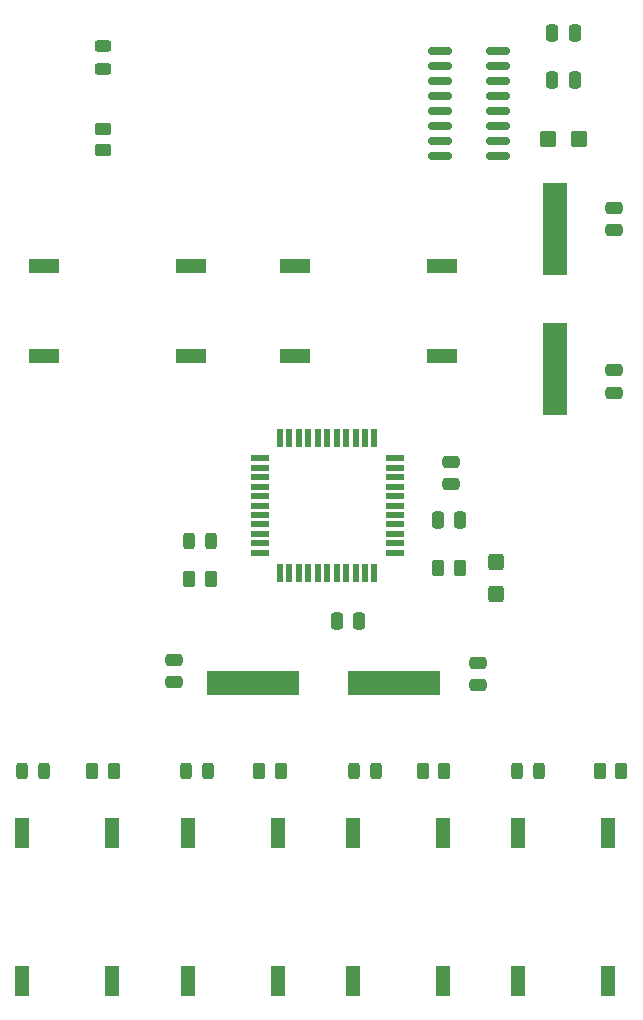
<source format=gbr>
%TF.GenerationSoftware,KiCad,Pcbnew,(6.0.5)*%
%TF.CreationDate,2022-06-16T01:18:26+03:00*%
%TF.ProjectId,P2_Neata_Adrian+Radulescu,50325f4e-6561-4746-915f-41647269616e,rev?*%
%TF.SameCoordinates,Original*%
%TF.FileFunction,Paste,Top*%
%TF.FilePolarity,Positive*%
%FSLAX46Y46*%
G04 Gerber Fmt 4.6, Leading zero omitted, Abs format (unit mm)*
G04 Created by KiCad (PCBNEW (6.0.5)) date 2022-06-16 01:18:26*
%MOMM*%
%LPD*%
G01*
G04 APERTURE LIST*
G04 Aperture macros list*
%AMRoundRect*
0 Rectangle with rounded corners*
0 $1 Rounding radius*
0 $2 $3 $4 $5 $6 $7 $8 $9 X,Y pos of 4 corners*
0 Add a 4 corners polygon primitive as box body*
4,1,4,$2,$3,$4,$5,$6,$7,$8,$9,$2,$3,0*
0 Add four circle primitives for the rounded corners*
1,1,$1+$1,$2,$3*
1,1,$1+$1,$4,$5*
1,1,$1+$1,$6,$7*
1,1,$1+$1,$8,$9*
0 Add four rect primitives between the rounded corners*
20,1,$1+$1,$2,$3,$4,$5,0*
20,1,$1+$1,$4,$5,$6,$7,0*
20,1,$1+$1,$6,$7,$8,$9,0*
20,1,$1+$1,$8,$9,$2,$3,0*%
G04 Aperture macros list end*
%ADD10RoundRect,0.250000X0.475000X-0.250000X0.475000X0.250000X-0.475000X0.250000X-0.475000X-0.250000X0*%
%ADD11RoundRect,0.250000X-0.250000X-0.475000X0.250000X-0.475000X0.250000X0.475000X-0.250000X0.475000X0*%
%ADD12RoundRect,0.250000X-0.425000X0.450000X-0.425000X-0.450000X0.425000X-0.450000X0.425000X0.450000X0*%
%ADD13RoundRect,0.250000X-0.450000X-0.425000X0.450000X-0.425000X0.450000X0.425000X-0.450000X0.425000X0*%
%ADD14RoundRect,0.250000X-0.475000X0.250000X-0.475000X-0.250000X0.475000X-0.250000X0.475000X0.250000X0*%
%ADD15RoundRect,0.243750X0.243750X0.456250X-0.243750X0.456250X-0.243750X-0.456250X0.243750X-0.456250X0*%
%ADD16RoundRect,0.243750X0.456250X-0.243750X0.456250X0.243750X-0.456250X0.243750X-0.456250X-0.243750X0*%
%ADD17RoundRect,0.250000X0.262500X0.450000X-0.262500X0.450000X-0.262500X-0.450000X0.262500X-0.450000X0*%
%ADD18RoundRect,0.250000X-0.262500X-0.450000X0.262500X-0.450000X0.262500X0.450000X-0.262500X0.450000X0*%
%ADD19RoundRect,0.250000X-0.450000X0.262500X-0.450000X-0.262500X0.450000X-0.262500X0.450000X0.262500X0*%
%ADD20R,2.500000X1.200000*%
%ADD21R,1.200000X2.500000*%
%ADD22R,1.500000X0.550000*%
%ADD23R,0.550000X1.500000*%
%ADD24RoundRect,0.150000X-0.825000X-0.150000X0.825000X-0.150000X0.825000X0.150000X-0.825000X0.150000X0*%
%ADD25R,7.875000X2.000000*%
%ADD26R,2.000000X7.875000*%
G04 APERTURE END LIST*
D10*
%TO.C,C1*%
X54000000Y-100950000D03*
X54000000Y-99050000D03*
%TD*%
D11*
%TO.C,C2*%
X67800000Y-95750000D03*
X69700000Y-95750000D03*
%TD*%
D12*
%TO.C,C3*%
X81250000Y-90800000D03*
X81250000Y-93500000D03*
%TD*%
D11*
%TO.C,C4*%
X76350000Y-87250000D03*
X78250000Y-87250000D03*
%TD*%
D10*
%TO.C,C5*%
X79750000Y-101200000D03*
X79750000Y-99300000D03*
%TD*%
%TO.C,C6*%
X77500000Y-84200000D03*
X77500000Y-82300000D03*
%TD*%
%TO.C,C7*%
X91250000Y-62700000D03*
X91250000Y-60800000D03*
%TD*%
D13*
%TO.C,C8*%
X85650000Y-55000000D03*
X88350000Y-55000000D03*
%TD*%
D14*
%TO.C,C9*%
X91250000Y-74550000D03*
X91250000Y-76450000D03*
%TD*%
D11*
%TO.C,C10*%
X86050000Y-46000000D03*
X87950000Y-46000000D03*
%TD*%
%TO.C,C11*%
X86050000Y-50000000D03*
X87950000Y-50000000D03*
%TD*%
D15*
%TO.C,D1*%
X57187500Y-89000000D03*
X55312500Y-89000000D03*
%TD*%
%TO.C,LED1*%
X43000000Y-108500000D03*
X41125000Y-108500000D03*
%TD*%
%TO.C,LED2*%
X56937500Y-108500000D03*
X55062500Y-108500000D03*
%TD*%
%TO.C,LED3*%
X71100000Y-108500000D03*
X69225000Y-108500000D03*
%TD*%
%TO.C,LED4*%
X84937500Y-108500000D03*
X83062500Y-108500000D03*
%TD*%
D16*
%TO.C,D6*%
X48000000Y-49000000D03*
X48000000Y-47125000D03*
%TD*%
D17*
%TO.C,R1*%
X78212500Y-91250000D03*
X76387500Y-91250000D03*
%TD*%
%TO.C,R2*%
X57162500Y-92250000D03*
X55337500Y-92250000D03*
%TD*%
D18*
%TO.C,R3*%
X47087500Y-108500000D03*
X48912500Y-108500000D03*
%TD*%
%TO.C,R4*%
X61237500Y-108500000D03*
X63062500Y-108500000D03*
%TD*%
%TO.C,R5*%
X75087500Y-108500000D03*
X76912500Y-108500000D03*
%TD*%
%TO.C,R6*%
X90087500Y-108500000D03*
X91912500Y-108500000D03*
%TD*%
D19*
%TO.C,R7*%
X48000000Y-54087500D03*
X48000000Y-55912500D03*
%TD*%
D20*
%TO.C,SW1*%
X76750000Y-65690000D03*
X64250000Y-65690000D03*
X76750000Y-73310000D03*
X64250000Y-73310000D03*
%TD*%
%TO.C,SW2*%
X43000000Y-73310000D03*
X55500000Y-73310000D03*
X43000000Y-65690000D03*
X55500000Y-65690000D03*
%TD*%
D21*
%TO.C,SW3*%
X41190000Y-113750000D03*
X41190000Y-126250000D03*
X48810000Y-113750000D03*
X48810000Y-126250000D03*
%TD*%
%TO.C,SW4*%
X55190000Y-113750000D03*
X55190000Y-126250000D03*
X62810000Y-113750000D03*
X62810000Y-126250000D03*
%TD*%
%TO.C,SW5*%
X69190000Y-113750000D03*
X69190000Y-126250000D03*
X76810000Y-113750000D03*
X76810000Y-126250000D03*
%TD*%
%TO.C,SW6*%
X83190000Y-113750000D03*
X83190000Y-126250000D03*
X90810000Y-113750000D03*
X90810000Y-126250000D03*
%TD*%
D22*
%TO.C,ATMEGA164A*%
X61300000Y-82000000D03*
X61300000Y-82800000D03*
X61300000Y-83600000D03*
X61300000Y-84400000D03*
X61300000Y-85200000D03*
X61300000Y-86000000D03*
X61300000Y-86800000D03*
X61300000Y-87600000D03*
X61300000Y-88400000D03*
X61300000Y-89200000D03*
X61300000Y-90000000D03*
D23*
X63000000Y-91700000D03*
X63800000Y-91700000D03*
X64600000Y-91700000D03*
X65400000Y-91700000D03*
X66200000Y-91700000D03*
X67000000Y-91700000D03*
X67800000Y-91700000D03*
X68600000Y-91700000D03*
X69400000Y-91700000D03*
X70200000Y-91700000D03*
X71000000Y-91700000D03*
D22*
X72700000Y-90000000D03*
X72700000Y-89200000D03*
X72700000Y-88400000D03*
X72700000Y-87600000D03*
X72700000Y-86800000D03*
X72700000Y-86000000D03*
X72700000Y-85200000D03*
X72700000Y-84400000D03*
X72700000Y-83600000D03*
X72700000Y-82800000D03*
X72700000Y-82000000D03*
D23*
X71000000Y-80300000D03*
X70200000Y-80300000D03*
X69400000Y-80300000D03*
X68600000Y-80300000D03*
X67800000Y-80300000D03*
X67000000Y-80300000D03*
X66200000Y-80300000D03*
X65400000Y-80300000D03*
X64600000Y-80300000D03*
X63800000Y-80300000D03*
X63000000Y-80300000D03*
%TD*%
D24*
%TO.C,CH340G*%
X76525000Y-47555000D03*
X76525000Y-48825000D03*
X76525000Y-50095000D03*
X76525000Y-51365000D03*
X76525000Y-52635000D03*
X76525000Y-53905000D03*
X76525000Y-55175000D03*
X76525000Y-56445000D03*
X81475000Y-56445000D03*
X81475000Y-55175000D03*
X81475000Y-53905000D03*
X81475000Y-52635000D03*
X81475000Y-51365000D03*
X81475000Y-50095000D03*
X81475000Y-48825000D03*
X81475000Y-47555000D03*
%TD*%
D25*
%TO.C,Y1*%
X60750000Y-101000000D03*
X72625000Y-101000000D03*
%TD*%
D26*
%TO.C,Y2*%
X86250000Y-62562500D03*
X86250000Y-74437500D03*
%TD*%
M02*

</source>
